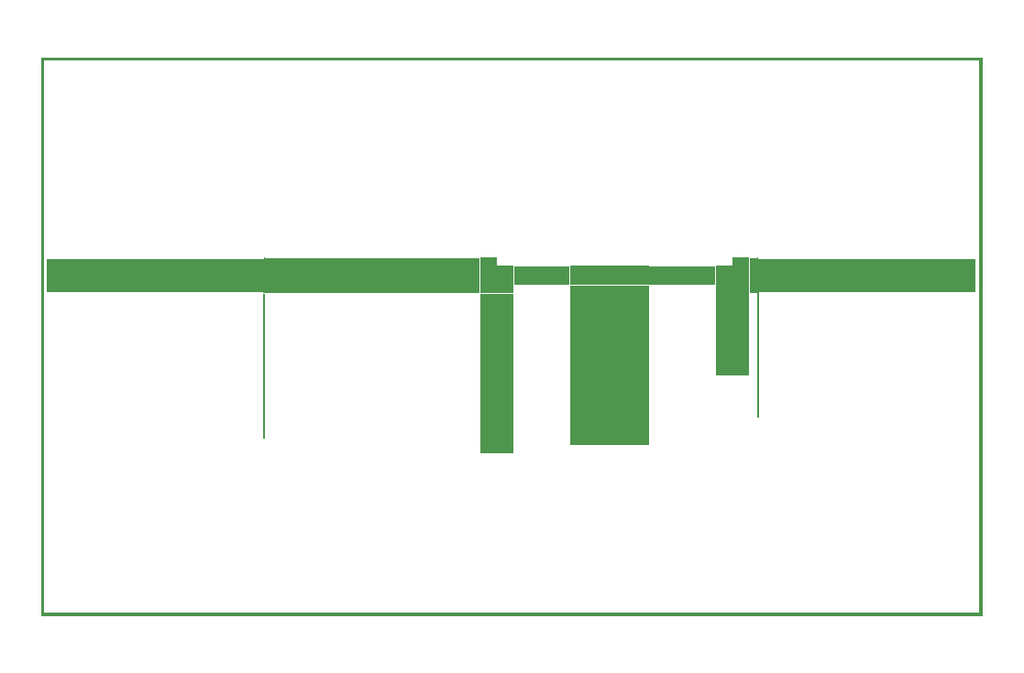
<source format=gbr>
G04 ===== Begin FILE IDENTIFICATION =====*
G04 File Format:  Gerber RS274X*
G04 ===== End FILE IDENTIFICATION =====*
%FSLAX24Y24*%
%MOIN*%
%SFA1.0000B1.0000*%
%OFA0.0B0.0*%
%ADD14R,0.787402X0.119677*%
%ADD15R,0.007134X0.452323*%
%ADD16R,0.030000X0.130000*%
%ADD17R,0.242705X0.071402*%
%ADD18R,0.204827X0.071402*%
%ADD19R,0.782504X0.130000*%
%ADD20R,0.007134X0.531646*%
%ADD21R,0.122000X0.583870*%
%ADD22R,0.286472X0.584000*%
%ADD23R,0.122000X0.299197*%
%LNcond*%
%IPPOS*%
%LPD*%
G75*
G36*
G01X0Y650D02*
G01Y-650D01*
G01X71D01*
G01Y598D01*
G01X36D01*
G01Y650D01*
G01X0D01*
G37*
D14*
X4008Y0D03*
D15*
X36Y-2912D03*
D16*
X-150Y0D03*
G36*
G01X-1520Y357D02*
G01Y-650D01*
G01X-300D01*
G01Y650D01*
G01X-910D01*
G01Y357D01*
G01X-1520D01*
G37*
D17*
X-2734Y0D03*
G36*
G01X-6812Y357D02*
G01Y-357D01*
G01X-3947D01*
G01Y357D01*
G01X-6812D01*
G37*
D18*
X-7836Y0D03*
G36*
G01X-10080Y650D02*
G01Y-650D01*
G01X-8860D01*
G01Y357D01*
G01X-9470D01*
G01Y650D01*
G01X-10080D01*
G37*
D19*
X-13993Y0D03*
G36*
G01X-17976Y598D02*
G01Y-650D01*
G01X-17905D01*
G01Y650D01*
G01X-17941D01*
G01Y598D01*
G01X-17976D01*
G37*
D14*
X-21913Y0D03*
D20*
X-17941Y-3308D03*
D21*
X-9470Y-3569D03*
D22*
X-5379Y-3277D03*
D23*
X-910Y-2146D03*
G36*
G01X-26043Y-12402D02*
G01X8192D01*
G01Y7933D01*
G01X-25925D01*
G01Y7815D01*
G01X8074D01*
G01Y-12284D01*
G01X-25925D01*
G01Y7815D01*
G01Y7933D01*
G01X-26043D01*
G01Y-12402D01*
G37*
M02*


</source>
